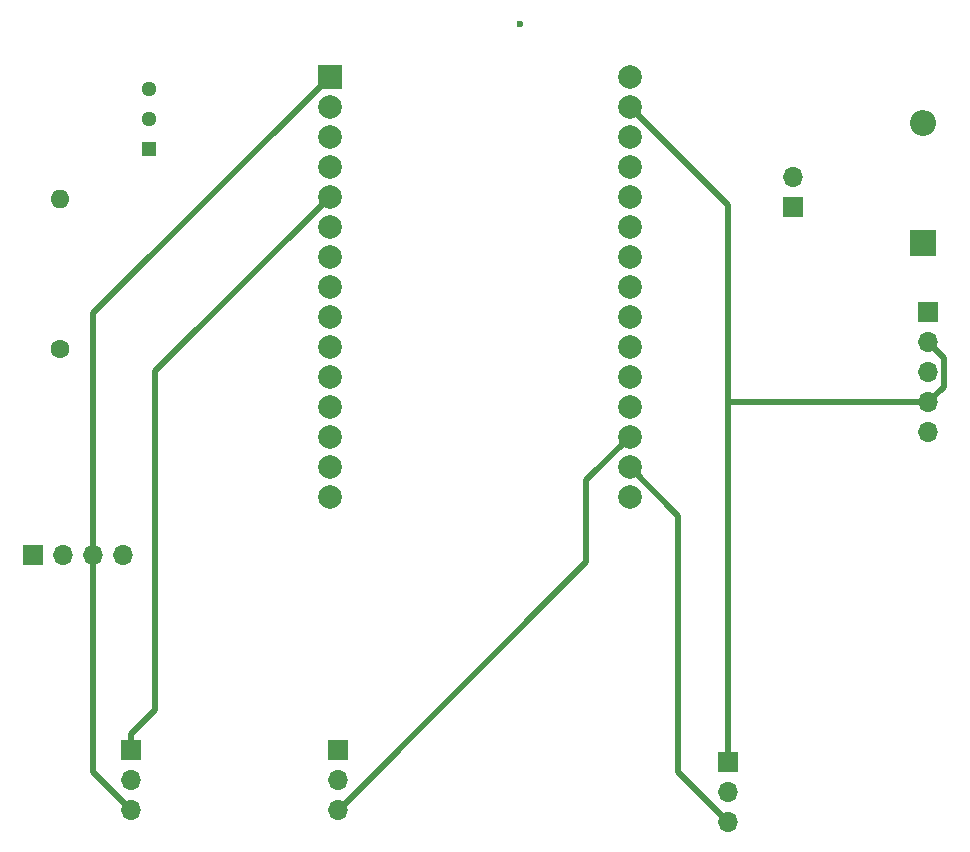
<source format=gbr>
%TF.GenerationSoftware,KiCad,Pcbnew,9.0.0*%
%TF.CreationDate,2025-03-05T16:28:03-05:00*%
%TF.ProjectId,Sistema-de-riego-automatico,53697374-656d-4612-9d64-652d72696567,rev?*%
%TF.SameCoordinates,Original*%
%TF.FileFunction,Copper,L2,Bot*%
%TF.FilePolarity,Positive*%
%FSLAX46Y46*%
G04 Gerber Fmt 4.6, Leading zero omitted, Abs format (unit mm)*
G04 Created by KiCad (PCBNEW 9.0.0) date 2025-03-05 16:28:03*
%MOMM*%
%LPD*%
G01*
G04 APERTURE LIST*
%TA.AperFunction,ComponentPad*%
%ADD10R,1.700000X1.700000*%
%TD*%
%TA.AperFunction,ComponentPad*%
%ADD11O,1.700000X1.700000*%
%TD*%
%TA.AperFunction,ComponentPad*%
%ADD12O,1.600000X1.600000*%
%TD*%
%TA.AperFunction,ComponentPad*%
%ADD13C,1.600000*%
%TD*%
%TA.AperFunction,ComponentPad*%
%ADD14C,2.000000*%
%TD*%
%TA.AperFunction,ComponentPad*%
%ADD15R,2.000000X2.000000*%
%TD*%
%TA.AperFunction,ComponentPad*%
%ADD16C,1.298000*%
%TD*%
%TA.AperFunction,ComponentPad*%
%ADD17R,1.298000X1.298000*%
%TD*%
%TA.AperFunction,ComponentPad*%
%ADD18O,2.200000X2.200000*%
%TD*%
%TA.AperFunction,ComponentPad*%
%ADD19R,2.200000X2.200000*%
%TD*%
%TA.AperFunction,ViaPad*%
%ADD20C,0.600000*%
%TD*%
%TA.AperFunction,Conductor*%
%ADD21C,0.500000*%
%TD*%
G04 APERTURE END LIST*
D10*
%TO.P,J5,1,Pin_1*%
%TO.N,GND*%
X67025000Y-84960000D03*
D11*
%TO.P,J5,2,Pin_2*%
%TO.N,+3.3V*%
X67025000Y-87500000D03*
%TO.P,J5,3,Pin_3*%
%TO.N,/S_HM*%
X67025000Y-90040000D03*
%TD*%
%TO.P,J1,3,Pin_3*%
%TO.N,/S_SN*%
X100000000Y-91040000D03*
%TO.P,J1,2,Pin_2*%
%TO.N,+3.3V*%
X100000000Y-88500000D03*
D10*
%TO.P,J1,1,Pin_1*%
%TO.N,GND*%
X100000000Y-85960000D03*
%TD*%
D11*
%TO.P,J2,5,Pin_5*%
%TO.N,/Output_B*%
X117000000Y-58080000D03*
%TO.P,J2,4,Pin_4*%
%TO.N,GND*%
X117000000Y-55540000D03*
%TO.P,J2,3,Pin_3*%
%TO.N,/Output_A*%
X117000000Y-53000000D03*
%TO.P,J2,2,Pin_2*%
%TO.N,GND*%
X117000000Y-50460000D03*
D10*
%TO.P,J2,1,Pin_1*%
%TO.N,/Switch*%
X117000000Y-47920000D03*
%TD*%
D12*
%TO.P,R1,2*%
%TO.N,Net-(Q1-Pad2)*%
X43500000Y-38300000D03*
D13*
%TO.P,R1,1*%
%TO.N,/PWM_B*%
X43500000Y-51000000D03*
%TD*%
D14*
%TO.P,U1,30,VIN*%
%TO.N,/P_B*%
X91700000Y-27985000D03*
%TO.P,U1,29,GND*%
%TO.N,GND*%
X91700000Y-30525000D03*
%TO.P,U1,28,D13*%
%TO.N,unconnected-(U1-D13-Pad28)*%
X91700000Y-33065000D03*
%TO.P,U1,27,D12*%
%TO.N,unconnected-(U1-D12-Pad27)*%
X91700000Y-35605000D03*
%TO.P,U1,26,D14*%
%TO.N,unconnected-(U1-D14-Pad26)*%
X91700000Y-38145000D03*
%TO.P,U1,25,D27*%
%TO.N,unconnected-(U1-D27-Pad25)*%
X91700000Y-40685000D03*
%TO.P,U1,24,D26*%
%TO.N,unconnected-(U1-D26-Pad24)*%
X91700000Y-43225000D03*
%TO.P,U1,23,D25*%
%TO.N,unconnected-(U1-D25-Pad23)*%
X91700000Y-45765000D03*
%TO.P,U1,22,D33*%
%TO.N,unconnected-(U1-D33-Pad22)*%
X91700000Y-48305000D03*
%TO.P,U1,21,D32*%
%TO.N,/Switch*%
X91700000Y-50845000D03*
%TO.P,U1,20,D35*%
%TO.N,/Output_A*%
X91700000Y-53385000D03*
%TO.P,U1,19,D34*%
%TO.N,/Output_B*%
X91700000Y-55925000D03*
%TO.P,U1,18,VN*%
%TO.N,/S_HM*%
X91700000Y-58465000D03*
%TO.P,U1,17,VP*%
%TO.N,/S_SN*%
X91700000Y-61005000D03*
%TO.P,U1,16,EN*%
%TO.N,unconnected-(U1-EN-Pad16)*%
X91700000Y-63545000D03*
%TO.P,U1,15,D23*%
%TO.N,unconnected-(U1-D23-Pad15)*%
X66300000Y-63545000D03*
%TO.P,U1,14,D22*%
%TO.N,/SCL*%
X66300000Y-61005000D03*
%TO.P,U1,13,TX0*%
%TO.N,unconnected-(U1-TX0-Pad13)*%
X66300000Y-58465000D03*
%TO.P,U1,12,RX0*%
%TO.N,unconnected-(U1-RX0-Pad12)*%
X66300000Y-55925000D03*
%TO.P,U1,11,D21*%
%TO.N,/SDA*%
X66300000Y-53385000D03*
%TO.P,U1,10,D19*%
%TO.N,/PWM_B*%
X66300000Y-50845000D03*
%TO.P,U1,9,D18*%
%TO.N,unconnected-(U1-D18-Pad9)*%
X66300000Y-48305000D03*
%TO.P,U1,8,D5*%
%TO.N,unconnected-(U1-D5-Pad8)*%
X66300000Y-45765000D03*
%TO.P,U1,7,TX2*%
%TO.N,unconnected-(U1-TX2-Pad7)*%
X66300000Y-43225000D03*
%TO.P,U1,6,RX2*%
%TO.N,unconnected-(U1-RX2-Pad6)*%
X66300000Y-40685000D03*
%TO.P,U1,5,D4*%
%TO.N,/S_T*%
X66300000Y-38145000D03*
%TO.P,U1,4,D2*%
%TO.N,unconnected-(U1-D2-Pad4)*%
X66300000Y-35605000D03*
%TO.P,U1,3,D15*%
%TO.N,unconnected-(U1-D15-Pad3)*%
X66300000Y-33065000D03*
%TO.P,U1,2,GND*%
%TO.N,GND*%
X66300000Y-30525000D03*
D15*
%TO.P,U1,1,3V3*%
%TO.N,+3.3V*%
X66300000Y-27985000D03*
%TD*%
D11*
%TO.P,J7,3,Pin_3*%
%TO.N,+3.3V*%
X49500000Y-90040000D03*
%TO.P,J7,2,Pin_2*%
%TO.N,GND*%
X49500000Y-87500000D03*
D10*
%TO.P,J7,1,Pin_1*%
%TO.N,/S_T*%
X49500000Y-84960000D03*
%TD*%
D11*
%TO.P,J3,4,Pin_4*%
%TO.N,GND*%
X48820000Y-68500000D03*
%TO.P,J3,3,Pin_3*%
%TO.N,+3.3V*%
X46280000Y-68500000D03*
%TO.P,J3,2,Pin_2*%
%TO.N,/SCL*%
X43740000Y-68500000D03*
D10*
%TO.P,J3,1,Pin_1*%
%TO.N,/SDA*%
X41200000Y-68500000D03*
%TD*%
D16*
%TO.P,Q1,3*%
%TO.N,Net-(D1-A)*%
X51000000Y-29000000D03*
%TO.P,Q1,2*%
%TO.N,Net-(Q1-Pad2)*%
X51000000Y-31540000D03*
D17*
%TO.P,Q1,1*%
%TO.N,GND*%
X51000000Y-34080000D03*
%TD*%
D11*
%TO.P,J6,2,Pin_2*%
%TO.N,Net-(D1-A)*%
X105500000Y-36460000D03*
D10*
%TO.P,J6,1,Pin_1*%
%TO.N,/P_B*%
X105500000Y-39000000D03*
%TD*%
D18*
%TO.P,D1,2,A*%
%TO.N,Net-(D1-A)*%
X116500000Y-31920000D03*
D19*
%TO.P,D1,1,K*%
%TO.N,/P_B*%
X116500000Y-42080000D03*
%TD*%
D20*
%TO.N,Net-(D1-A)*%
X82410100Y-23500000D03*
%TD*%
D21*
%TO.N,/S_HM*%
X91700000Y-58465000D02*
X88031000Y-62134000D01*
X88031000Y-62134000D02*
X88031000Y-69078968D01*
X88031000Y-69078968D02*
X67069968Y-90040000D01*
X67069968Y-90040000D02*
X67025000Y-90040000D01*
%TO.N,/S_T*%
X51551600Y-52893400D02*
X66300000Y-38145000D01*
X51551600Y-81558400D02*
X51551600Y-52893400D01*
X49500000Y-83610000D02*
X51551600Y-81558400D01*
X49500000Y-84960000D02*
X49500000Y-83610000D01*
%TO.N,/S_SN*%
X95834500Y-86874500D02*
X100000000Y-91040000D01*
X95834500Y-65139500D02*
X95834500Y-86874500D01*
X91700000Y-61005000D02*
X95834500Y-65139500D01*
%TO.N,+3.3V*%
X46280000Y-86820000D02*
X49500000Y-90040000D01*
X46280000Y-68500000D02*
X46280000Y-86820000D01*
X46280000Y-48005000D02*
X46280000Y-68500000D01*
X66300000Y-27985000D02*
X46280000Y-48005000D01*
%TO.N,GND*%
X100000000Y-55540000D02*
X100000000Y-85960000D01*
X118315000Y-54225200D02*
X117000000Y-55540000D01*
X118315000Y-51774800D02*
X118315000Y-54225200D01*
X117000000Y-50460000D02*
X118315000Y-51774800D01*
X117000000Y-55540000D02*
X100000000Y-55540000D01*
X100000000Y-38825000D02*
X100000000Y-55540000D01*
X91700000Y-30525000D02*
X100000000Y-38825000D01*
%TD*%
M02*

</source>
